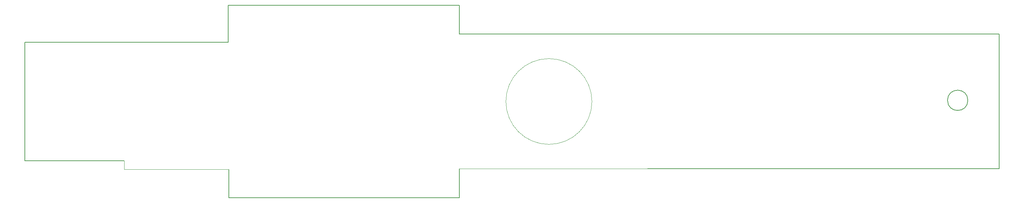
<source format=gbr>
%TF.GenerationSoftware,KiCad,Pcbnew,7.0.5-0*%
%TF.CreationDate,2023-11-06T11:32:01-05:00*%
%TF.ProjectId,Lemmingometre_v3,4c656d6d-696e-4676-9f6d-657472655f76,rev?*%
%TF.SameCoordinates,Original*%
%TF.FileFunction,Profile,NP*%
%FSLAX46Y46*%
G04 Gerber Fmt 4.6, Leading zero omitted, Abs format (unit mm)*
G04 Created by KiCad (PCBNEW 7.0.5-0) date 2023-11-06 11:32:01*
%MOMM*%
%LPD*%
G01*
G04 APERTURE LIST*
%TA.AperFunction,Profile*%
%ADD10C,0.100000*%
%TD*%
%TA.AperFunction,Profile*%
%ADD11C,0.200000*%
%TD*%
G04 APERTURE END LIST*
D10*
X133500000Y-128600000D02*
X181600000Y-128600000D01*
D11*
X74400000Y-86700000D02*
X74400000Y-96200000D01*
X74600000Y-136100000D02*
X74600000Y-128800000D01*
X74400000Y-86700000D02*
X133500000Y-86700000D01*
X133500000Y-128600000D02*
X133500000Y-136100000D01*
X271500000Y-94100000D02*
X271500000Y-128600000D01*
X271500000Y-128600000D02*
X181600000Y-128600000D01*
D10*
X167400000Y-111400000D02*
G75*
G03*
X167400000Y-111400000I-11000000J0D01*
G01*
D11*
X133500000Y-94100000D02*
X271500000Y-94100000D01*
D10*
X47800000Y-128800000D02*
X47800000Y-126600000D01*
D11*
X263500000Y-111100000D02*
G75*
G03*
X263500000Y-111100000I-2600000J0D01*
G01*
X133500000Y-86700000D02*
X133500000Y-94100000D01*
X22400000Y-126600000D02*
X22400000Y-96200000D01*
D10*
X74600000Y-128800000D02*
X47800000Y-128800000D01*
D11*
X74600000Y-136100000D02*
X133500000Y-136100000D01*
X47800000Y-126600000D02*
X22400000Y-126600000D01*
X22400000Y-96200000D02*
X74400000Y-96200000D01*
M02*

</source>
